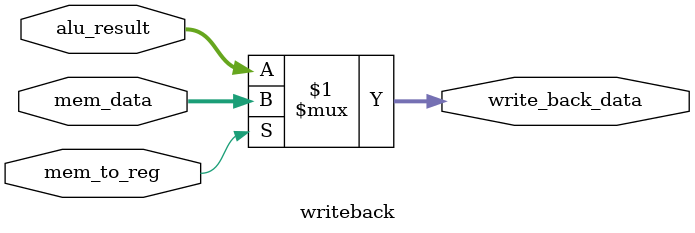
<source format=v>
module writeback(
    input mem_to_reg,
    input [31:0] alu_result,
    input [31:0] mem_data,
    output [31:0] write_back_data
);

assign write_back_data = mem_to_reg ? mem_data : alu_result;

endmodule

</source>
